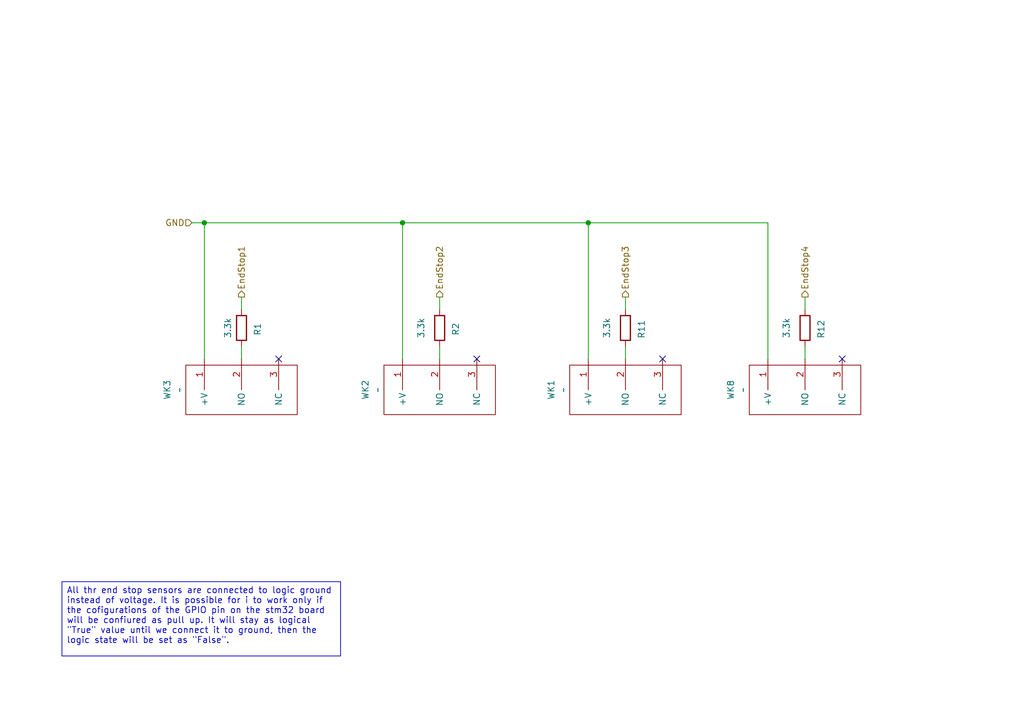
<source format=kicad_sch>
(kicad_sch (version 20231120) (generator "eeschema") (generator_version "8.0")
  (paper "A5")
  (lib_symbols
    (symbol "Device:R" (pin_numbers hide) (pin_names (offset 0))
      (property "Reference" "R" (at 2.032 0 90))
      (property "Value" "R" (at 0 0 90))
      (symbol "R_0_1"
        (rectangle (start -1.016 -2.54) (end 1.016 2.54) (stroke (width 0.254)))
      )
      (symbol "R_1_1"
        (pin passive line (at 0 3.81 270) (length 1.27) (name "~") (number "1"))
        (pin passive line (at 0 -3.81 90) (length 1.27) (name "~") (number "2"))
      )
    )
    (symbol "End_stop_mechanical_sensor_1"
      (property "Reference" "WK8" (at 0 12.7 0))
      (property "Value" "~" (at 0 10.16 0))
      (symbol "End_stop_mechanical_sensor_1_0_1"
        (rectangle (start -5.08 8.89) (end 5.08 -13.97))
      )
      (symbol "End_stop_mechanical_sensor_1_1_1"
        (pin passive line (at 6.35 5.08 180) (length 6.35) (name "+V") (number "1"))
        (pin passive line (at 6.35 -2.54 180) (length 6.35) (name "NO") (number "2"))
        (pin passive line (at 6.35 -10.16 180) (length 6.35) (name "NC") (number "3"))
      )
    )
  )
  (junction (at 120.65 45.72))
  (junction (at 41.91 45.72))
  (junction (at 82.55 45.72))
  (no_connect (at 57.15 73.66))
  (no_connect (at 172.72 73.66))
  (no_connect (at 97.79 73.66))
  (no_connect (at 135.89 73.66))
  (wire (pts (xy 82.55 73.66) (xy 82.55 45.72)))
  (wire (pts (xy 90.17 60.96) (xy 90.17 63.5)))
  (wire (pts (xy 165.1 71.12) (xy 165.1 73.66)))
  (wire (pts (xy 49.53 71.12) (xy 49.53 73.66)))
  (wire (pts (xy 157.48 73.66) (xy 157.48 45.72)))
  (wire (pts (xy 120.65 45.72) (xy 82.55 45.72)))
  (wire (pts (xy 90.17 71.12) (xy 90.17 73.66)))
  (wire (pts (xy 49.53 60.96) (xy 49.53 63.5)))
  (wire (pts (xy 41.91 45.72) (xy 41.91 73.66)))
  (wire (pts (xy 128.27 71.12) (xy 128.27 73.66)))
  (wire (pts (xy 165.1 60.96) (xy 165.1 63.5)))
  (wire (pts (xy 128.27 60.96) (xy 128.27 63.5)))
  (wire (pts (xy 82.55 45.72) (xy 41.91 45.72)))
  (wire (pts (xy 157.48 45.72) (xy 120.65 45.72)))
  (wire (pts (xy 120.65 73.66) (xy 120.65 45.72)))
  (wire (pts (xy 39.37 45.72) (xy 41.91 45.72)))
  (text_box "All thr end stop sensors are connected to logic ground instead of voltage. It is possible for i to work only if the cofigurations of the GPIO pin on the stm32 board will be confiured as pull up. It will stay as logical \"True\" value until we connect it to ground, then the logic state will be set as \"False\"." (at 12.7 119.38 0) (size 57.15 15.24) (effects (font (size 1.27 1.27)) (justify left top)))
  (hierarchical_label "EndStop4" (shape output) (at 165.1 60.96 90))
  (hierarchical_label "EndStop2" (shape output) (at 90.17 60.96 90))
  (hierarchical_label "GND" (shape input) (at 39.37 45.72 180))
  (hierarchical_label "EndStop1" (shape output) (at 49.53 60.96 90))
  (hierarchical_label "EndStop3" (shape output) (at 128.27 60.96 90))
  (symbol (lib_id "Device:R") (at 90.17 67.31 180) (unit 1)
    (property "Reference" "R2" (at 93.472 67.564 90))
    (property "Value" "3.3k" (at 86.36 67.31 90))
    (property "Footprint" "Resistor_SMD:R_0805_2012Metric" (effects (hide yes)))
    (property "Description" "Resistor" (effects (hide yes)))
  )
  (symbol (lib_id "Device:R") (at 128.27 67.31 180) (unit 1)
    (property "Reference" "R11" (at 131.572 67.564 90))
    (property "Value" "3.3k" (at 124.46 67.31 90))
    (property "Footprint" "Resistor_SMD:R_0805_2012Metric" (effects (hide yes)))
    (property "Description" "Resistor" (effects (hide yes)))
  )
  (symbol (lib_name "End_stop_mechanical_sensor_1") (lib_id "Sensor:End_stop_mechanical_sensor") (at 125.73 80.01 90) (unit 1)
    (property "Reference" "WK1" (at 113.03 80.01 0))
    (property "Value" "~" (at 115.57 80.01 0))
    (property "Footprint" "Library:END_STOP" (effects (hide yes)))
  )
  (symbol (lib_id "Device:R") (at 49.53 67.31 180) (unit 1)
    (property "Reference" "R1" (at 52.832 67.564 90))
    (property "Value" "3.3k" (at 46.736 67.31 90))
    (property "Footprint" "Resistor_SMD:R_0805_2012Metric" (effects (hide yes)))
    (property "Description" "Resistor" (effects (hide yes)))
  )
  (symbol (lib_name "End_stop_mechanical_sensor_1") (lib_id "Sensor:End_stop_mechanical_sensor") (at 87.63 80.01 90) (unit 1)
    (property "Reference" "WK2" (at 74.93 80.01 0))
    (property "Value" "~" (at 77.47 80.01 0))
    (property "Footprint" "Library:END_STOP" (effects (hide yes)))
  )
  (symbol (lib_name "End_stop_mechanical_sensor_1") (lib_id "Sensor:End_stop_mechanical_sensor") (at 162.56 80.01 90) (unit 1)
    (property "Reference" "WK8" (at 149.86 80.01 0))
    (property "Value" "~" (at 152.4 80.01 0))
    (property "Footprint" "Library:END_STOP" (effects (hide yes)))
  )
  (symbol (lib_name "End_stop_mechanical_sensor_1") (lib_id "Sensor:End_stop_mechanical_sensor") (at 46.99 80.01 90) (unit 1)
    (property "Reference" "WK3" (at 34.29 80.01 0))
    (property "Value" "~" (at 36.83 80.01 0))
    (property "Footprint" "Library:END_STOP" (effects (hide yes)))
  )
  (symbol (lib_id "Device:R") (at 165.1 67.31 180) (unit 1)
    (property "Reference" "R12" (at 168.402 67.564 90))
    (property "Value" "3.3k" (at 161.29 67.31 90))
    (property "Footprint" "Resistor_SMD:R_0805_2012Metric" (effects (hide yes)))
    (property "Description" "Resistor" (effects (hide yes)))
  )
)
</source>
